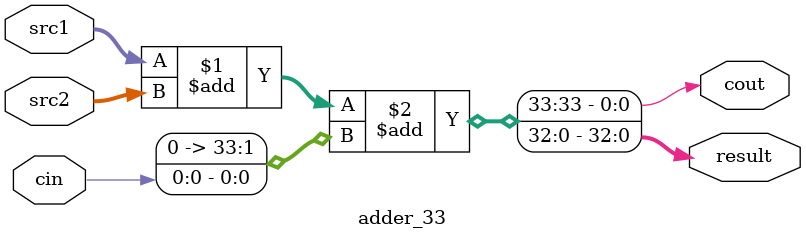
<source format=v>
module basediv(
  input                          clk           ,
  input                          reset         ,
  input  [31:0] x,
  input  [31:0] y,
  input         in_valid,
  input         div_signed,
  output reg    in_ready,
  output reg    out_valid,
  output [31:0] s,
  output [31:0] r

);
reg [63:0] dividend;
reg [31:0] divisor,qutient,remain;
reg doing,op_signed,divisor_s,dividend_s;
reg [5:0] count;
wire iterate_done,calculate_done,ready_to_doing,doing_to_done,done_to_ready;

//state transition
assign ready_to_doing = in_ready && in_valid;
assign doing_to_done  =  calculate_done;
assign done_to_ready  = out_valid;
assign calculate_done = doing &&  count == 6'h20;
assign iterate_done   = doing &&  count == 6'h1f;
always @(posedge clk) begin
    if (reset  || done_to_ready) begin
        in_ready <= 1'b1;
    end
    else if (ready_to_doing) begin
        in_ready <= 1'b0;
    end 
end

always @(posedge clk) begin
    if (reset ) begin
        doing <= 1'b0;
    end
    else if (ready_to_doing) begin
        doing <= 1'b1;
    end 
    else if (doing_to_done) begin
        doing <= 1'b0;
    end
end

always @(posedge clk) begin
    if (reset ) begin
        out_valid <= 1'b0;
    end
    else if (doing_to_done) begin
        out_valid <= 1'b1;
    end 
    else if (done_to_ready) begin
        out_valid <= 1'b0;
    end
end

always @(posedge clk) begin
    if (reset) begin
        op_signed <= 1'b0;
        divisor_s <= 1'b0;
        dividend_s <= 1'b0;        
    end
    else if (ready_to_doing) begin
        op_signed <= div_signed;
        divisor_s <= div_signed & y[31];
        dividend_s <= div_signed & x[31];
    end    
end
//iterative operation and correct
wire sub_cout;
wire [32:0] sub_result;
wire op_correct;
wire [31:0] qutient_correct,remain_correct;
wire [31:0] x_adder_result,y_adder_result,x_abs,y_abs;
wire [31:0] x_adder_src1,y_adder_src1;

assign x_adder_src1 = op_correct ? dividend[63:32] : x;
assign y_adder_src1 = op_correct ? qutient : y;


//signed <==> abs
adder_32 x_adder(
    .src1  (~x_adder_src1),
    .src2  ({32'b1}),
    .cin    (1'b0),
    .cout   (),
    .result (x_adder_result)
);
adder_32 y_adder(
    .src1  (~y_adder_src1),
    .src2  ({32'b1}),
    .cin    (1'b0),
    .cout   (),
    .result (y_adder_result)
);

// sub of iteration
adder_33 suber(
    .src1  (dividend[63:31]),
    .src2  ({1'b1,~divisor}),
    .cin    (1'b1),
    .cout   (sub_cout),
    .result (sub_result)
);
// Choose the abs of dividend and divisor
assign x_abs = div_signed & x[31] ? x_adder_result : x ;
assign y_abs = div_signed & y[31] ? y_adder_result : y ;

//Update dividend ,divisor and qutient
always @(posedge clk) begin
    if (ready_to_doing) begin
        dividend <= {32'b0,x_abs};
        divisor <= y_abs;
    end
    else if (doing ) begin
       dividend <= sub_cout ? {sub_result[31:0],dividend[30:0],1'b0} : {dividend[62:0],1'b0};
    end
 
    
end
// counter
always @(posedge clk) begin
    if (reset || done_to_ready ) begin
        count <= 6'b0;
    end
    else if (doing) begin
        count <= count +1'b1;
    end
    
end

//Correct result
wire qutient_need_correct,remain_need_correct;

assign op_correct = calculate_done;

assign remain_correct  = x_adder_result;
assign qutient_correct = y_adder_result;

assign qutient_need_correct = ~dividend_s & divisor_s | dividend_s & ~divisor_s;
assign remain_need_correct  = dividend_s;

always @(posedge clk ) begin
    if (op_correct) begin
        remain  <= remain_need_correct  ? remain_correct  : dividend[63:32];
    end
   if (op_correct) begin
        qutient <= qutient_need_correct ? qutient_correct : qutient;
    end 
    else if (doing) begin
        qutient <= {qutient[30:0],sub_cout};
    end

    
end
assign s = qutient;
assign r = remain;



endmodule



module adder_32 (
    // 32-bit adder
    input [31:0] src1,
    input [31:0] src2,
    input        cin,
    output       cout,
    output [31:0] result
);
assign {cout, result} = src1 + src2 + {31'b0,cin};

endmodule
module adder_33 (
    // 33-bit adder
    input [32:0] src1,
    input [32:0] src2,
    input        cin,
    output       cout,
    output [32:0] result
);
assign {cout, result} = src1 + src2 + {32'b0,cin};

endmodule

</source>
